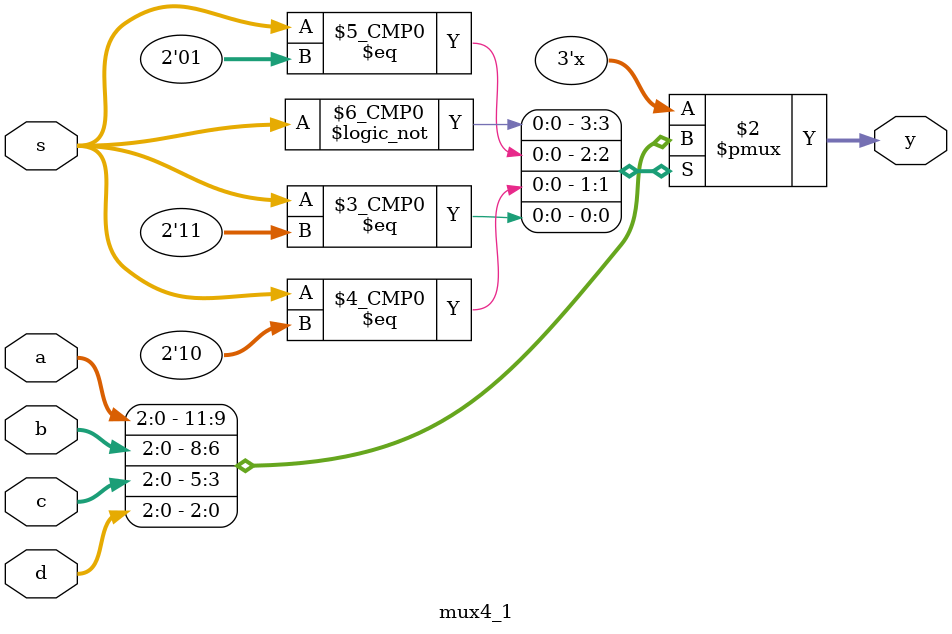
<source format=v>

module mux4_1(input [2:0] a,
              input [2:0] b,
              input [2:0] c,
              input [2:0] d,
              input [1:0] s,
              output reg [2:0] y);
    always @(*) begin
        case (s)
            0: y = a;
            1: y = b;
            2: y = c;
            3: y = d;
            default: y = 4'bx;
        endcase
    end
endmodule
</source>
